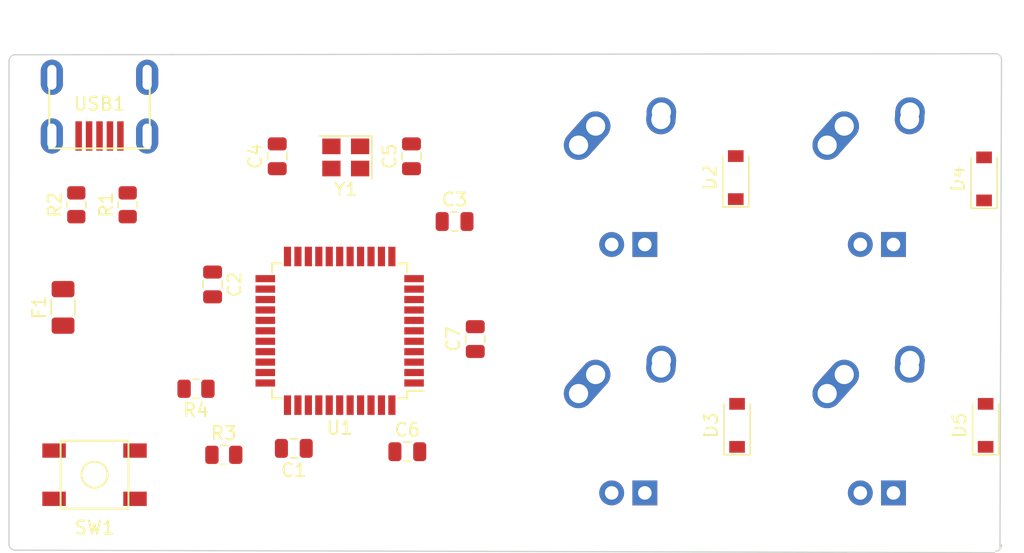
<source format=kicad_pcb>
(kicad_pcb (version 20211014) (generator pcbnew)
  (layers (0 "F.Cu" signal) (31 "B.Cu" signal) (34 "B.Paste" user) (35 "F.Paste" user) (36 "B.SilkS" user "B.Silkscreen") (37 "F.SilkS" user "F.Silkscreen") (38 "B.Mask" user) (39 "F.Mask" user) (44 "Edge.Cuts" user))
  (net 0 "")
  (net 1 "GND")
  (net 2 "+5V")
  (net 3 "Net-(C4-Pad1)")
  (net 4 "Net-(C4-Pad2)")
  (net 5 "Net-(C5-Pad2)")
  (net 6 "Net-(C7-Pad2)")
  (net 7 "/ROW0")
  (net 8 "Net-(D1-Pad2)")
  (net 9 "/ROW1")
  (net 10 "Net-(D3-Pad2)")
  (net 11 "Net-(D4-Pad2)")
  (net 12 "Net-(D5-Pad2)")
  (net 13 "VCC")
  (net 14 "/COL0")
  (net 15 "/COL1")
  (net 16 "/D-")
  (net 17 "Net-(R1-Pad2)")
  (net 18 "/D+")
  (net 19 "Net-(R2-Pad2)")
  (net 20 "Net-(R3-Pad2)")
  (net 21 "Net-(R4-Pad1)")
  (footprint "Capacitor_SMD:C_0805_2012Metric" (layer "F.Cu") (at 199.672 144.541 180)
    (fp_text reference "C1" (at 0 -1.68) (layer "F.SilkS"))
    (fp_text value "0.1uF")
    (fp_line (start -0.261252 -0.735) (end 0.261252 -0.735) (layer "F.SilkS") (width 0.12))
    (fp_line (start -0.261252 0.735) (end 0.261252 0.735) (layer "F.SilkS") (width 0.12))
    (pad "1" smd roundrect (at -0.95 0 180) (size 1 1.45) (layers "F.Cu" "F.Paste" "F.Mask") (net 1 "GND"))
    (pad "2" smd roundrect (at 0.95 0 180) (size 1 1.45) (layers "F.Cu" "F.Paste" "F.Mask") (net 2 "+5V"))
  )
  (footprint "MX_Alps_Hybrid:MX-1U" (layer "F.Cu") (at 244.348 123.825)
    (fp_text reference "MX4")
    (fp_text value "MX-NoLED")
    (pad "" np_thru_hole circle locked (at 0 0) (size 3.9878 3.9878) (drill 3.9878) (layers *.Cu *.Mask))
    (pad "" np_thru_hole circle locked (at 5.08 0 48.0996) (size 1.75 1.75) (drill 1.75) (layers *.Cu *.Mask))
    (pad "" np_thru_hole circle locked (at -5.08 0 48.0996) (size 1.75 1.75) (drill 1.75) (layers *.Cu *.Mask))
    (pad "1" thru_hole oval locked (at -3.81 -2.54 48.0996) (size 4.211556 2.25) (drill 1.47 (offset 0.980778 0)) (layers *.Cu "B.Mask") (net 15 "/COL1"))
    (pad "1" thru_hole circle locked (at -2.5 -4) (size 2.25 2.25) (drill 1.47) (layers *.Cu "B.Mask") (net 15 "/COL1"))
    (pad "2" thru_hole oval locked (at 2.5 -4.5 86.0548) (size 2.831378 2.25) (drill 1.47 (offset 0.290689 0)) (layers *.Cu "B.Mask") (net 11 "Net-(D4-Pad2)"))
    (pad "2" thru_hole circle locked (at 2.54 -5.08) (size 2.25 2.25) (drill 1.47) (layers *.Cu "B.Mask") (net 11 "Net-(D4-Pad2)"))
    (pad "3" thru_hole circle locked (at -1.27 5.08) (size 1.905 1.905) (drill 1.04) (layers *.Cu "B.Mask"))
    (pad "4" thru_hole rect locked (at 1.27 5.08) (size 1.905 1.905) (drill 1.04) (layers *.Cu "B.Mask"))
  )
  (footprint "Crystal:Crystal_SMD_3225-4Pin_3.2x2.5mm" (layer "F.Cu") (at 203.652 122.228 180)
    (fp_text reference "Y1" (at 0 -2.45) (layer "F.SilkS"))
    (fp_text value "16MHz")
    (fp_line (start -2 -1.65) (end -2 1.65) (layer "F.SilkS") (width 0.12))
    (fp_line (start -2 1.65) (end 2 1.65) (layer "F.SilkS") (width 0.12))
    (pad "1" smd rect (at -1.1 0.85 180) (size 1.4 1.2) (layers "F.Cu" "F.Paste" "F.Mask") (net 4 "Net-(C4-Pad2)"))
    (pad "2" smd rect (at 1.1 0.85 180) (size 1.4 1.2) (layers "F.Cu" "F.Paste" "F.Mask") (net 1 "GND"))
    (pad "3" smd rect (at 1.1 -0.85 180) (size 1.4 1.2) (layers "F.Cu" "F.Paste" "F.Mask") (net 5 "Net-(C5-Pad2)"))
    (pad "4" smd rect (at -1.1 -0.85 180) (size 1.4 1.2) (layers "F.Cu" "F.Paste" "F.Mask") (net 1 "GND"))
  )
  (footprint "Diode_SMD:D_SOD-123" (layer "F.Cu") (at 252.67925 142.775 90)
    (fp_text reference "D5" (at 0 -2 90) (layer "F.SilkS"))
    (fp_text value "SOD-123")
    (fp_line (start -2.25 1) (end 1.65 1) (layer "F.SilkS") (width 0.12))
    (fp_line (start -2.25 -1) (end 1.65 -1) (layer "F.SilkS") (width 0.12))
    (fp_line (start -2.25 -1) (end -2.25 1) (layer "F.SilkS") (width 0.12))
    (pad "1" smd rect (at -1.65 0 90) (size 0.9 1.2) (layers "F.Cu" "F.Paste" "F.Mask") (net 9 "/ROW1"))
    (pad "2" smd rect (at 1.65 0 90) (size 0.9 1.2) (layers "F.Cu" "F.Paste" "F.Mask") (net 12 "Net-(D5-Pad2)"))
  )
  (footprint "Capacitor_SMD:C_0805_2012Metric" (layer "F.Cu") (at 211.991 127.142)
    (fp_text reference "C3" (at 0 -1.68) (layer "F.SilkS"))
    (fp_text value "0.1uF")
    (fp_line (start -0.261252 0.735) (end 0.261252 0.735) (layer "F.SilkS") (width 0.12))
    (fp_line (start -0.261252 -0.735) (end 0.261252 -0.735) (layer "F.SilkS") (width 0.12))
    (pad "1" smd roundrect (at -0.95 0) (size 1 1.45) (layers "F.Cu" "F.Paste" "F.Mask") (net 1 "GND"))
    (pad "2" smd roundrect (at 0.95 0) (size 1 1.45) (layers "F.Cu" "F.Paste" "F.Mask") (net 2 "+5V"))
  )
  (footprint "Resistor_SMD:R_0805_2012Metric" (layer "F.Cu") (at 186.944 125.857 90)
    (fp_text reference "R1" (at 0 -1.65 90) (layer "F.SilkS"))
    (fp_text value "22")
    (fp_line (start -0.227064 0.735) (end 0.227064 0.735) (layer "F.SilkS") (width 0.12))
    (fp_line (start -0.227064 -0.735) (end 0.227064 -0.735) (layer "F.SilkS") (width 0.12))
    (pad "1" smd roundrect (at -0.9125 0 90) (size 1.025 1.4) (layers "F.Cu" "F.Paste" "F.Mask") (roundrect_rratio 0.243902) (net 16 "/D-"))
    (pad "2" smd roundrect (at 0.9125 0 90) (size 1.025 1.4) (layers "F.Cu" "F.Paste" "F.Mask") (roundrect_rratio 0.243902) (net 17 "Net-(R1-Pad2)"))
  )
  (footprint "MX_Alps_Hybrid:MX-1U" (layer "F.Cu") (at 244.348 142.875)
    (fp_text reference "MX5")
    (fp_text value "MX-NoLED")
    (pad "" np_thru_hole circle locked (at 5.08 0 48.0996) (size 1.75 1.75) (drill 1.75) (layers *.Cu *.Mask))
    (pad "" np_thru_hole circle locked (at 0 0) (size 3.9878 3.9878) (drill 3.9878) (layers *.Cu *.Mask))
    (pad "" np_thru_hole circle locked (at -5.08 0 48.0996) (size 1.75 1.75) (drill 1.75) (layers *.Cu *.Mask))
    (pad "1" thru_hole oval locked (at -3.81 -2.54 48.0996) (size 4.211556 2.25) (drill 1.47 (offset 0.980778 0)) (layers *.Cu "B.Mask") (net 15 "/COL1"))
    (pad "1" thru_hole circle locked (at -2.5 -4) (size 2.25 2.25) (drill 1.47) (layers *.Cu "B.Mask") (net 15 "/COL1"))
    (pad "2" thru_hole circle locked (at 2.54 -5.08) (size 2.25 2.25) (drill 1.47) (layers *.Cu "B.Mask") (net 12 "Net-(D5-Pad2)"))
    (pad "2" thru_hole oval locked (at 2.5 -4.5 86.0548) (size 2.831378 2.25) (drill 1.47 (offset 0.290689 0)) (layers *.Cu "B.Mask") (net 12 "Net-(D5-Pad2)"))
    (pad "3" thru_hole circle locked (at -1.27 5.08) (size 1.905 1.905) (drill 1.04) (layers *.Cu "B.Mask"))
    (pad "4" thru_hole rect locked (at 1.27 5.08) (size 1.905 1.905) (drill 1.04) (layers *.Cu "B.Mask"))
  )
  (footprint "MX_Alps_Hybrid:MX-1U" (layer "F.Cu") (at 225.298 142.875)
    (fp_text reference "MX3")
    (fp_text value "MX-NoLED")
    (pad "" np_thru_hole circle locked (at 5.08 0 48.0996) (size 1.75 1.75) (drill 1.75) (layers *.Cu *.Mask))
    (pad "" np_thru_hole circle locked (at 0 0) (size 3.9878 3.9878) (drill 3.9878) (layers *.Cu *.Mask))
    (pad "" np_thru_hole circle locked (at -5.08 0 48.0996) (size 1.75 1.75) (drill 1.75) (layers *.Cu *.Mask))
    (pad "1" thru_hole oval locked (at -3.81 -2.54 48.0996) (size 4.211556 2.25) (drill 1.47 (offset 0.980778 0)) (layers *.Cu "B.Mask") (net 14 "/COL0"))
    (pad "1" thru_hole circle locked (at -2.5 -4) (size 2.25 2.25) (drill 1.47) (layers *.Cu "B.Mask") (net 14 "/COL0"))
    (pad "2" thru_hole circle locked (at 2.54 -5.08) (size 2.25 2.25) (drill 1.47) (layers *.Cu "B.Mask") (net 10 "Net-(D3-Pad2)"))
    (pad "2" thru_hole oval locked (at 2.5 -4.5 86.0548) (size 2.831378 2.25) (drill 1.47 (offset 0.290689 0)) (layers *.Cu "B.Mask") (net 10 "Net-(D3-Pad2)"))
    (pad "3" thru_hole circle locked (at -1.27 5.08) (size 1.905 1.905) (drill 1.04) (layers *.Cu "B.Mask"))
    (pad "4" thru_hole rect locked (at 1.27 5.08) (size 1.905 1.905) (drill 1.04) (layers *.Cu "B.Mask"))
  )
  (footprint "Resistor_SMD:R_0805_2012Metric" (layer "F.Cu") (at 183.007 125.857 90)
    (fp_text reference "R2" (at 0 -1.65 90) (layer "F.SilkS"))
    (fp_text value "22")
    (fp_line (start -0.227064 0.735) (end 0.227064 0.735) (layer "F.SilkS") (width 0.12))
    (fp_line (start -0.227064 -0.735) (end 0.227064 -0.735) (layer "F.SilkS") (width 0.12))
    (pad "1" smd roundrect (at -0.9125 0 90) (size 1.025 1.4) (layers "F.Cu" "F.Paste" "F.Mask") (roundrect_rratio 0.243902) (net 18 "/D+"))
    (pad "2" smd roundrect (at 0.9125 0 90) (size 1.025 1.4) (layers "F.Cu" "F.Paste" "F.Mask") (roundrect_rratio 0.243902) (net 19 "Net-(R2-Pad2)"))
  )
  (footprint "Fuse:Fuse_1206_3216Metric" (layer "F.Cu") (at 181.991 133.728 90)
    (fp_text reference "F1" (at 0 -1.82 90) (layer "F.SilkS"))
    (fp_text value "500mA")
    (fp_line (start -0.602064 -0.91) (end 0.602064 -0.91) (layer "F.SilkS") (width 0.12))
    (fp_line (start -0.602064 0.91) (end 0.602064 0.91) (layer "F.SilkS") (width 0.12))
    (pad "1" smd roundrect (at -1.4 0 90) (size 1.25 1.75) (layers "F.Cu" "F.Paste" "F.Mask") (roundrect_rratio 0.2) (net 13 "VCC"))
    (pad "2" smd roundrect (at 1.4 0 90) (size 1.25 1.75) (layers "F.Cu" "F.Paste" "F.Mask") (roundrect_rratio 0.2) (net 2 "+5V"))
  )
  (footprint "KBParts:Molex-0548190589" (layer "F.Cu") (at 184.785 116.0815 -90)
    (fp_text reference "USB1" (at 2.032 0) (layer "F.SilkS"))
    (fp_text value "Molex-0548190589")
    (fp_line (start 0 -3.85) (end 5.45 -3.85) (layer "F.SilkS") (width 0.15))
    (fp_line (start 0 3.85) (end 5.45 3.85) (layer "F.SilkS") (width 0.15))
    (fp_line (start 5.45 -3.85) (end 5.45 3.85) (layer "F.SilkS") (width 0.15))
    (pad "1" smd rect locked (at 4.5 1.6 270) (size 2.25 0.5) (layers "F.Cu" "F.Paste" "F.Mask") (net 1 "GND"))
    (pad "2" smd rect locked (at 4.5 0.8 270) (size 2.25 0.5) (layers "F.Cu" "F.Paste" "F.Mask"))
    (pad "3" smd rect locked (at 4.5 0 270) (size 2.25 0.5) (layers "F.Cu" "F.Paste" "F.Mask") (net 18 "/D+"))
    (pad "4" smd rect locked (at 4.5 -0.8 270) (size 2.25 0.5) (layers "F.Cu" "F.Paste" "F.Mask") (net 16 "/D-"))
    (pad "5" smd rect locked (at 4.5 -1.6 270) (size 2.25 0.5) (layers "F.Cu" "F.Paste" "F.Mask") (net 13 "VCC"))
    (pad "6" thru_hole oval locked (at 0 3.65 270) (size 2.7 1.7) (drill oval 1.9 0.7) (layers *.Cu *.Mask))
    (pad "6" thru_hole oval locked (at 0 -3.65 270) (size 2.7 1.7) (drill oval 1.9 0.7) (layers *.Cu *.Mask))
    (pad "6" thru_hole oval locked (at 4.5 -3.65 270) (size 2.7 1.7) (drill oval 1.9 0.7) (layers *.Cu *.Mask))
    (pad "6" thru_hole oval locked (at 4.5 3.65 270) (size 2.7 1.7) (drill oval 1.9 0.7) (layers *.Cu *.Mask))
  )
  (footprint "MX_Alps_Hybrid:MX-1U" (layer "F.Cu") (at 225.298 123.825)
    (fp_text reference "MX1")
    (fp_text value "MX-NoLED")
    (pad "" np_thru_hole circle locked (at -5.08 0 48.0996) (size 1.75 1.75) (drill 1.75) (layers *.Cu *.Mask))
    (pad "" np_thru_hole circle locked (at 5.08 0 48.0996) (size 1.75 1.75) (drill 1.75) (layers *.Cu *.Mask))
    (pad "" np_thru_hole circle locked (at 0 0) (size 3.9878 3.9878) (drill 3.9878) (layers *.Cu *.Mask))
    (pad "1" thru_hole circle locked (at -2.5 -4) (size 2.25 2.25) (drill 1.47) (layers *.Cu "B.Mask") (net 14 "/COL0"))
    (pad "1" thru_hole oval locked (at -3.81 -2.54 48.0996) (size 4.211556 2.25) (drill 1.47 (offset 0.980778 0)) (layers *.Cu "B.Mask") (net 14 "/COL0"))
    (pad "2" thru_hole circle locked (at 2.54 -5.08) (size 2.25 2.25) (drill 1.47) (layers *.Cu "B.Mask") (net 8 "Net-(D1-Pad2)"))
    (pad "2" thru_hole oval locked (at 2.5 -4.5 86.0548) (size 2.831378 2.25) (drill 1.47 (offset 0.290689 0)) (layers *.Cu "B.Mask") (net 8 "Net-(D1-Pad2)"))
    (pad "3" thru_hole circle locked (at -1.27 5.08) (size 1.905 1.905) (drill 1.04) (layers *.Cu "B.Mask"))
    (pad "4" thru_hole rect locked (at 1.27 5.08) (size 1.905 1.905) (drill 1.04) (layers *.Cu "B.Mask"))
  )
  (footprint "Capacitor_SMD:C_0805_2012Metric" (layer "F.Cu") (at 208.369 144.795)
    (fp_text reference "C6" (at 0 -1.68) (layer "F.SilkS"))
    (fp_text value "10uF")
    (fp_line (start -0.261252 -0.735) (end 0.261252 -0.735) (layer "F.SilkS") (width 0.12))
    (fp_line (start -0.261252 0.735) (end 0.261252 0.735) (layer "F.SilkS") (width 0.12))
    (pad "1" smd roundrect (at -0.95 0) (size 1 1.45) (layers "F.Cu" "F.Paste" "F.Mask") (net 1 "GND"))
    (pad "2" smd roundrect (at 0.95 0) (size 1 1.45) (layers "F.Cu" "F.Paste" "F.Mask") (net 2 "+5V"))
  )
  (footprint "Capacitor_SMD:C_0805_2012Metric" (layer "F.Cu") (at 198.402 122.14 90)
    (fp_text reference "C4" (at 0 -1.68 90) (layer "F.SilkS"))
    (fp_text value "22pF")
    (fp_line (start -0.261252 -0.735) (end 0.261252 -0.735) (layer "F.SilkS") (width 0.12))
    (fp_line (start -0.261252 0.735) (end 0.261252 0.735) (layer "F.SilkS") (width 0.12))
    (pad "1" smd roundrect (at -0.95 0 90) (size 1 1.45) (layers "F.Cu" "F.Paste" "F.Mask") (net 3 "Net-(C4-Pad1)"))
    (pad "2" smd roundrect (at 0.95 0 90) (size 1 1.45) (layers "F.Cu" "F.Paste" "F.Mask") (net 4 "Net-(C4-Pad2)"))
  )
  (footprint "Package_QFP:TQFP-44_10x10mm_P0.8mm" (layer "F.Cu") (at 203.187 135.524 180)
    (fp_text reference "U1" (at 0 -7.45) (layer "F.SilkS"))
    (fp_text value "ATmega32U4-A")
    (fp_line (start -5.175 5.175) (end -4.5 5.175) (layer "F.SilkS") (width 0.15))
    (fp_line (start 5.175 5.175) (end 4.5 5.175) (layer "F.SilkS") (width 0.15))
    (fp_line (start -5.175 -4.6) (end -6.45 -4.6) (layer "F.SilkS") (width 0.15))
    (fp_line (start -5.175 5.175) (end -5.175 4.5) (layer "F.SilkS") (width 0.15))
    (fp_line (start 5.175 5.175) (end 5.175 4.5) (layer "F.SilkS") (width 0.15))
    (fp_line (start -5.175 -5.175) (end -4.5 -5.175) (layer "F.SilkS") (width 0.15))
    (fp_line (start -5.175 -5.175) (end -5.175 -4.6) (layer "F.SilkS") (width 0.15))
    (fp_line (start 5.175 -5.175) (end 4.5 -5.175) (layer "F.SilkS") (width 0.15))
    (fp_line (start 5.175 -5.175) (end 5.175 -4.5) (layer "F.SilkS") (width 0.15))
    (pad "1" smd rect (at -5.7 -4 180) (size 1.5 0.55) (layers "F.Cu" "F.Paste" "F.Mask"))
    (pad "2" smd rect (at -5.7 -3.2 180) (size 1.5 0.55) (layers "F.Cu" "F.Paste" "F.Mask") (net 2 "+5V"))
    (pad "3" smd rect (at -5.7 -2.4 180) (size 1.5 0.55) (layers "F.Cu" "F.Paste" "F.Mask") (net 17 "Net-(R1-Pad2)"))
    (pad "4" smd rect (at -5.7 -1.6 180) (size 1.5 0.55) (layers "F.Cu" "F.Paste" "F.Mask") (net 19 "Net-(R2-Pad2)"))
    (pad "5" smd rect (at -5.7 -0.8 180) (size 1.5 0.55) (layers "F.Cu" "F.Paste" "F.Mask") (net 1 "GND"))
    (pad "6" smd rect (at -5.7 0 180) (size 1.5 0.55) (layers "F.Cu" "F.Paste" "F.Mask") (net 6 "Net-(C7-Pad2)"))
    (pad "7" smd rect (at -5.7 0.8 180) (size 1.5 0.55) (layers "F.Cu" "F.Paste" "F.Mask") (net 2 "+5V"))
    (pad "8" smd rect (at -5.7 1.6 180) (size 1.5 0.55) (layers "F.Cu" "F.Paste" "F.Mask"))
    (pad "9" smd rect (at -5.7 2.4 180) (size 1.5 0.55) (layers "F.Cu" "F.Paste" "F.Mask"))
    (pad "10" smd rect (at -5.7 3.2 180) (size 1.5 0.55) (layers "F.Cu" "F.Paste" "F.Mask"))
    (pad "11" smd rect (at -5.7 4 180) (size 1.5 0.55) (layers "F.Cu" "F.Paste" "F.Mask"))
    (pad "12" smd rect (at -4 5.7 270) (size 1.5 0.55) (layers "F.Cu" "F.Paste" "F.Mask"))
    (pad "13" smd rect (at -3.2 5.7 270) (size 1.5 0.55) (layers "F.Cu" "F.Paste" "F.Mask") (net 20 "Net-(R3-Pad2)"))
    (pad "14" smd rect (at -2.4 5.7 270) (size 1.5 0.55) (layers "F.Cu" "F.Paste" "F.Mask") (net 2 "+5V"))
    (pad "15" smd rect (at -1.6 5.7 270) (size 1.5 0.55) (layers "F.Cu" "F.Paste" "F.Mask") (net 1 "GND"))
    (pad "16" smd rect (at -0.8 5.7 270) (size 1.5 0.55) (layers "F.Cu" "F.Paste" "F.Mask") (net 5 "Net-(C5-Pad2)"))
    (pad "17" smd rect (at 0 5.7 270) (size 1.5 0.55) (layers "F.Cu" "F.Paste" "F.Mask") (net 4 "Net-(C4-Pad2)"))
    (pad "18" smd rect (at 0.8 5.7 270) (size 1.5 0.55) (layers "F.Cu" "F.Paste" "F.Mask"))
    (pad "19" smd rect (at 1.6 5.7 270) (size 1.5 0.55) (layers "F.Cu" "F.Paste" "F.Mask"))
    (pad "20" smd rect (at 2.4 5.7 270) (size 1.5 0.55) (layers "F.Cu" "F.Paste" "F.Mask"))
    (pad "21" smd rect (at 3.2 5.7 270) (size 1.5 0.55) (layers "F.Cu" "F.Paste" "F.Mask"))
    (pad "22" smd rect (at 4 5.7 270) (size 1.5 0.55) (layers "F.Cu" "F.Paste" "F.Mask"))
    (pad "23" smd rect (at 5.7 4 180) (size 1.5 0.55) (layers "F.Cu" "F.Paste" "F.Mask") (net 1 "GND"))
    (pad "24" smd rect (at 5.7 3.2 180) (size 1.5 0.55) (layers "F.Cu" "F.Paste" "F.Mask") (net 2 "+5V"))
    (pad "25" smd rect (at 5.7 2.4 180) (size 1.5 0.55) (layers "F.Cu" "F.Paste" "F.Mask"))
    (pad "26" smd rect (at 5.7 1.6 180) (size 1.5 0.55) (layers "F.Cu" "F.Paste" "F.Mask"))
    (pad "27" smd rect (at 5.7 0.8 180) (size 1.5 0.55) (layers "F.Cu" "F.Paste" "F.Mask") (net 7 "/ROW0"))
    (pad "28" smd rect (at 5.7 0 180) (size 1.5 0.55) (layers "F.Cu" "F.Paste" "F.Mask") (net 15 "/COL1"))
    (pad "29" smd rect (at 5.7 -0.8 180) (size 1.5 0.55) (layers "F.Cu" "F.Paste" "F.Mask") (net 14 "/COL0"))
    (pad "30" smd rect (at 5.7 -1.6 180) (size 1.5 0.55) (layers "F.Cu" "F.Paste" "F.Mask") (net 9 "/ROW1"))
    (pad "31" smd rect (at 5.7 -2.4 180) (size 1.5 0.55) (layers "F.Cu" "F.Paste" "F.Mask"))
    (pad "32" smd rect (at 5.7 -3.2 180) (size 1.5 0.55) (layers "F.Cu" "F.Paste" "F.Mask"))
    (pad "33" smd rect (at 5.7 -4 180) (size 1.5 0.55) (layers "F.Cu" "F.Paste" "F.Mask") (net 21 "Net-(R4-Pad1)"))
    (pad "34" smd rect (at 4 -5.7 270) (size 1.5 0.55) (layers "F.Cu" "F.Paste" "F.Mask") (net 2 "+5V"))
    (pad "35" smd rect (at 3.2 -5.7 270) (size 1.5 0.55) (layers "F.Cu" "F.Paste" "F.Mask") (net 1 "GND"))
    (pad "36" smd rect (at 2.4 -5.7 270) (size 1.5 0.55) (layers "F.Cu" "F.Paste" "F.Mask"))
    (pad "37" smd rect (at 1.6 -5.7 270) (size 1.5 0.55) (layers "F.Cu" "F.Paste" "F.Mask"))
    (pad "38" smd rect (at 0.8 -5.7 270) (size 1.5 0.55) (layers "F.Cu" "F.Paste" "F.Mask"))
    (pad "39" smd rect (at 0 -5.7 270) (size 1.5 0.55) (layers "F.Cu" "F.Paste" "F.Mask"))
    (pad "40" smd rect (at -0.8 -5.7 270) (size 1.5 0.55) (layers "F.Cu" "F.Paste" "F.Mask"))
    (pad "41" smd rect (at -1.6 -5.7 270) (size 1.5 0.55) (layers "F.Cu" "F.Paste" "F.Mask"))
    (pad "42" smd rect (at -2.4 -5.7 270) (size 1.5 0.55) (layers "F.Cu" "F.Paste" "F.Mask"))
    (pad "43" smd rect (at -3.2 -5.7 270) (size 1.5 0.55) (layers "F.Cu" "F.Paste" "F.Mask") (net 1 "GND"))
    (pad "44" smd rect (at -4 -5.7 270) (size 1.5 0.55) (layers "F.Cu" "F.Paste" "F.Mask") (net 2 "+5V"))
  )
  (footprint "Diode_SMD:D_SOD-123" (layer "F.Cu") (at 233.6355 142.775 90)
    (fp_text reference "D3" (at 0 -2 90) (layer "F.SilkS"))
    (fp_text value "SOD-123")
    (fp_line (start -2.25 1) (end 1.65 1) (layer "F.SilkS") (width 0.12))
    (fp_line (start -2.25 -1) (end 1.65 -1) (layer "F.SilkS") (width 0.12))
    (fp_line (start -2.25 -1) (end -2.25 1) (layer "F.SilkS") (width 0.12))
    (pad "1" smd rect (at -1.65 0 90) (size 0.9 1.2) (layers "F.Cu" "F.Paste" "F.Mask") (net 9 "/ROW1"))
    (pad "2" smd rect (at 1.65 0 90) (size 0.9 1.2) (layers "F.Cu" "F.Paste" "F.Mask") (net 10 "Net-(D3-Pad2)"))
  )
  (footprint "Resistor_SMD:R_0805_2012Metric" (layer "F.Cu") (at 192.179 139.969 180)
    (fp_text reference "R4" (at 0 -1.65) (layer "F.SilkS"))
    (fp_text value "10k")
    (fp_line (start -0.227064 0.735) (end 0.227064 0.735) (layer "F.SilkS") (width 0.12))
    (fp_line (start -0.227064 -0.735) (end 0.227064 -0.735) (layer "F.SilkS") (width 0.12))
    (pad "1" smd roundrect (at -0.9125 0 180) (size 1.025 1.4) (layers "F.Cu" "F.Paste" "F.Mask") (roundrect_rratio 0.243902) (net 21 "Net-(R4-Pad1)"))
    (pad "2" smd roundrect (at 0.9125 0 180) (size 1.025 1.4) (layers "F.Cu" "F.Paste" "F.Mask") (roundrect_rratio 0.243902) (net 1 "GND"))
  )
  (footprint "Diode_SMD:D_SOD-123" (layer "F.Cu") (at 252.5605 123.875 90)
    (fp_text reference "D4" (at 0 -2 90) (layer "F.SilkS"))
    (fp_text value "SOD-123")
    (fp_line (start -2.25 -1) (end 1.65 -1) (layer "F.SilkS") (width 0.12))
    (fp_line (start -2.25 1) (end 1.65 1) (layer "F.SilkS") (width 0.12))
    (fp_line (start -2.25 -1) (end -2.25 1) (layer "F.SilkS") (width 0.12))
    (pad "1" smd rect (at -1.65 0 90) (size 0.9 1.2) (layers "F.Cu" "F.Paste" "F.Mask") (net 7 "/ROW0"))
    (pad "2" smd rect (at 1.65 0 90) (size 0.9 1.2) (layers "F.Cu" "F.Paste" "F.Mask") (net 11 "Net-(D4-Pad2)"))
  )
  (footprint "Resistor_SMD:R_0805_2012Metric" (layer "F.Cu") (at 194.31 145.034)
    (fp_text reference "R3" (at 0 -1.65) (layer "F.SilkS"))
    (fp_text value "10k")
    (fp_line (start -0.227064 0.735) (end 0.227064 0.735) (layer "F.SilkS") (width 0.12))
    (fp_line (start -0.227064 -0.735) (end 0.227064 -0.735) (layer "F.SilkS") (width 0.12))
    (pad "1" smd roundrect (at -0.9125 0) (size 1.025 1.4) (layers "F.Cu" "F.Paste" "F.Mask") (roundrect_rratio 0.243902) (net 2 "+5V"))
    (pad "2" smd roundrect (at 0.9125 0) (size 1.025 1.4) (layers "F.Cu" "F.Paste" "F.Mask") (roundrect_rratio 0.243902) (net 20 "Net-(R3-Pad2)"))
  )
  (footprint "Capacitor_SMD:C_0805_2012Metric" (layer "F.Cu") (at 208.689 122.14 90)
    (fp_text reference "C5" (at 0 -1.68 90) (layer "F.SilkS"))
    (fp_text value "22pF")
    (fp_line (start -0.261252 -0.735) (end 0.261252 -0.735) (layer "F.SilkS") (width 0.12))
    (fp_line (start -0.261252 0.735) (end 0.261252 0.735) (layer "F.SilkS") (width 0.12))
    (pad "1" smd roundrect (at -0.95 0 90) (size 1 1.45) (layers "F.Cu" "F.Paste" "F.Mask") (net 3 "Net-(C4-Pad1)"))
    (pad "2" smd roundrect (at 0.95 0 90) (size 1 1.45) (layers "F.Cu" "F.Paste" "F.Mask") (net 5 "Net-(C5-Pad2)"))
  )
  (footprint "Capacitor_SMD:C_0805_2012Metric" (layer "F.Cu") (at 213.576 136.159 90)
    (fp_text reference "C7" (at 0 -1.68 90) (layer "F.SilkS"))
    (fp_text value "1uF")
    (fp_line (start -0.261252 0.735) (end 0.261252 0.735) (layer "F.SilkS") (width 0.12))
    (fp_line (start -0.261252 -0.735) (end 0.261252 -0.735) (layer "F.SilkS") (width 0.12))
    (pad "1" smd roundrect (at -0.95 0 90) (size 1 1.45) (layers "F.Cu" "F.Paste" "F.Mask") (net 1 "GND"))
    (pad "2" smd roundrect (at 0.95 0 90) (size 1 1.45) (layers "F.Cu" "F.Paste" "F.Mask") (net 6 "Net-(C7-Pad2)"))
  )
  (footprint "KBParts:SKQG-1155865" (layer "F.Cu") (at 184.404 146.558)
    (fp_text reference "SW1" (at 0 4.064) (layer "F.SilkS"))
    (fp_text value "SW_Push")
    (fp_line (start 2.6 -2.6) (end 2.6 2.6) (layer "F.SilkS") (width 0.15))
    (fp_line (start -2.6 2.6) (end -2.6 -2.6) (layer "F.SilkS") (width 0.15))
    (fp_line (start 2.6 2.6) (end -2.6 2.6) (layer "F.SilkS") (width 0.15))
    (fp_line (start -2.6 -2.6) (end 2.6 -2.6) (layer "F.SilkS") (width 0.15))
    (fp_circle (center 0 0) (end 1 0) (layer "F.SilkS") (width 0.15) (fill none))
    (pad "1" smd rect locked (at 3.1 1.85) (size 1.8 1.1) (layers "F.Cu" "F.Paste" "F.Mask") (net 1 "GND"))
    (pad "2" smd rect locked (at -3.1 -1.85) (size 1.8 1.1) (layers "F.Cu" "F.Paste" "F.Mask") (net 20 "Net-(R3-Pad2)"))
    (pad "3" smd rect locked (at 3.1 -1.85) (size 1.8 1.1) (layers "F.Cu" "F.Paste" "F.Mask"))
    (pad "4" smd rect locked (at -3.1 1.85) (size 1.8 1.1) (layers "F.Cu" "F.Paste" "F.Mask"))
  )
  (footprint "Capacitor_SMD:C_0805_2012Metric" (layer "F.Cu") (at 193.449 131.968 -90)
    (fp_text reference "C2" (at 0 -1.68 90) (layer "F.SilkS"))
    (fp_text value "0.1uF")
    (fp_line (start -0.261252 0.735) (end 0.261252 0.735) (layer "F.SilkS") (width 0.12))
    (fp_line (start -0.261252 -0.735) (end 0.261252 -0.735) (layer "F.SilkS") (width 0.12))
    (pad "1" smd roundrect (at -0.95 0 270) (size 1 1.45) (layers "F.Cu" "F.Paste" "F.Mask") (net 1 "GND"))
    (pad "2" smd roundrect (at 0.95 0 270) (size 1 1.45) (layers "F.Cu" "F.Paste" "F.Mask") (net 2 "+5V"))
  )
  (footprint "Diode_SMD:D_SOD-123" (layer "F.Cu") (at 233.5355 123.775 90)
    (fp_text reference "D2" (at 0 -2 90) (layer "F.SilkS"))
    (fp_text value "SOD-123")
    (fp_line (start -2.25 1) (end 1.65 1) (layer "F.SilkS") (width 0.12))
    (fp_line (start -2.25 -1) (end -2.25 1) (layer "F.SilkS") (width 0.12))
    (fp_line (start -2.25 -1) (end 1.65 -1) (layer "F.SilkS") (width 0.12))
    (pad "1" smd rect (at -1.65 0 90) (size 0.9 1.2) (layers "F.Cu" "F.Paste" "F.Mask") (net 7 "/ROW0"))
    (pad "2" smd rect (at 1.65 0 90) (size 0.9 1.2) (layers "F.Cu" "F.Paste" "F.Mask") (net 8 "Net-(D1-Pad2)"))
  )
  (gr_arc (start 253.89676 151.92235) (mid 253.779916 152.264855) (end 253.455107 152.424422) (layer "Edge.Cuts") (width 0.1))
  (gr_line (start 253.898031 114.714503) (end 253.779916 152.264855) (layer "Edge.Cuts") (width 0.1))
  (gr_arc (start 177.851551 114.854105) (mid 177.968395 114.5116) (end 178.293204 114.352033) (layer "Edge.Cuts") (width 0.1))
  (gr_line (start 253.371233 152.541266) (end 178.351126 152.348095) (layer "Edge.Cuts") (width 0.1))
  (gr_line (start 178.293204 114.352033) (end 253.395959 114.27285) (layer "Edge.Cuts") (width 0.1))
  (gr_arc (start 178.351126 152.348095) (mid 178.008621 152.231251) (end 177.849054 151.906442) (layer "Edge.Cuts") (width 0.1))
  (gr_line (start 177.849054 151.906442) (end 177.851551 114.854105) (layer "Edge.Cuts") (width 0.1))
  (gr_arc (start 253.395959 114.27285) (mid 253.738465 114.389694) (end 253.898031 114.714503) (layer "Edge.Cuts") (width 0.1))
)
</source>
